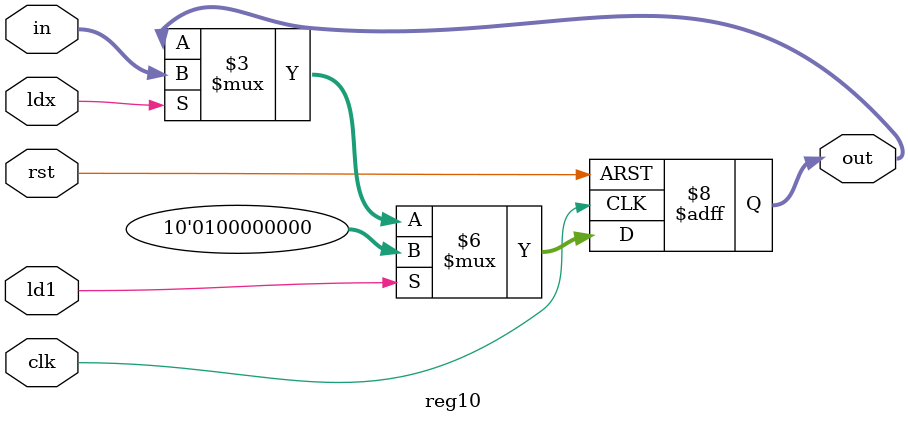
<source format=v>
module reg10(input clk, rst, ldx, ld1, input[9:0] in, output reg[9:0] out);
	always @(posedge clk,posedge rst) begin
		if (rst) out<=10'b0;
		else if(ld1) out<=10'b0100000000;
		else if(ldx) out<=in;
		else out <= out;
	end
endmodule

</source>
